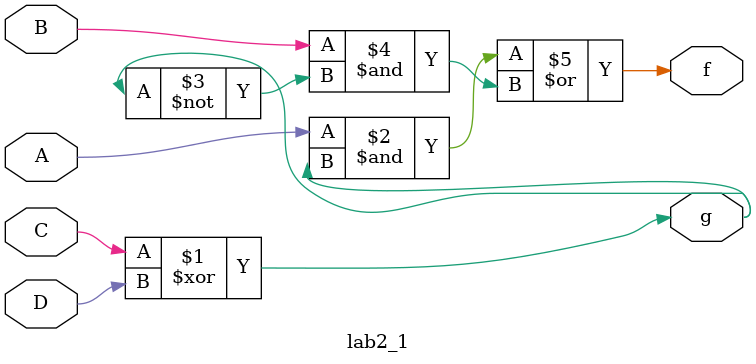
<source format=v>
module lab2_1(A,B,C,D,g,f);
input A,B,C,D;
output f,g;
wire g;
assign g= C^D;
assign f= (A&g)|(B&~g);
endmodule
</source>
